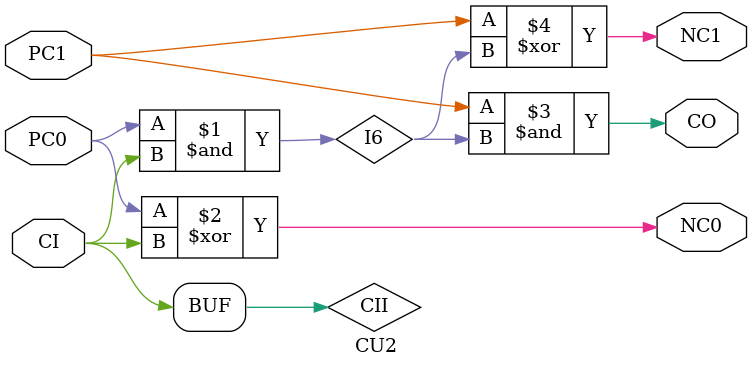
<source format=v>
`resetall
`timescale 1 ns / 1 ps

/* Created by DB2VERILOG Version 1.0.1.1 on Fri Jun 24 11:42:33 1994 */
/* module compiled from "lsl2db 3.6.4" run */

module CU2 (CI, PC0, PC1, CO, NC0, NC1);
input  CI, PC0, PC1;
output CO, NC0, NC1;
and INST11 (I6, PC0, CII);
xor INST13 (NC0, PC0, CII);
and INST24 (CO, PC1, I6);
xor INST26 (NC1, PC1, I6);
//DELAY  INST990 (.A(CI), .Z(CII));
buf  INST990 (CII, CI);

endmodule 


</source>
